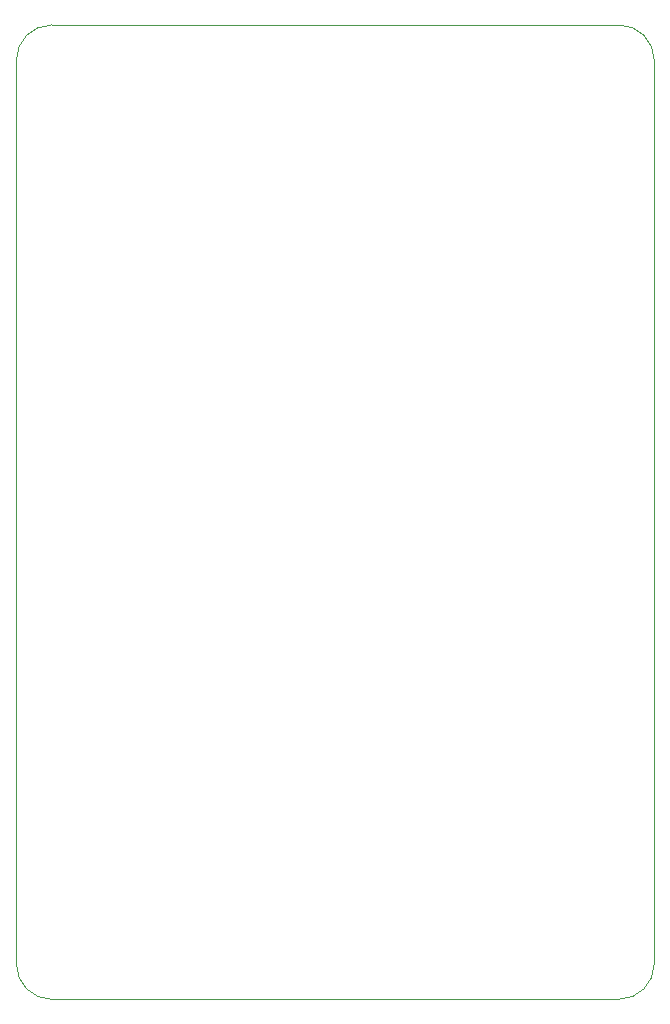
<source format=gbr>
%TF.GenerationSoftware,KiCad,Pcbnew,9.0.2*%
%TF.CreationDate,2025-08-01T17:29:50-07:00*%
%TF.ProjectId,jp21_pathfinder,6a703231-5f70-4617-9468-66696e646572,rev?*%
%TF.SameCoordinates,Original*%
%TF.FileFunction,Profile,NP*%
%FSLAX46Y46*%
G04 Gerber Fmt 4.6, Leading zero omitted, Abs format (unit mm)*
G04 Created by KiCad (PCBNEW 9.0.2) date 2025-08-01 17:29:50*
%MOMM*%
%LPD*%
G01*
G04 APERTURE LIST*
%TA.AperFunction,Profile*%
%ADD10C,0.050000*%
%TD*%
G04 APERTURE END LIST*
D10*
X115931250Y-62352500D02*
G75*
G02*
X118931250Y-59352500I3000000J0D01*
G01*
X118931250Y-141932500D02*
G75*
G02*
X115931250Y-138932500I0J3000000D01*
G01*
X167031250Y-59352500D02*
G75*
G02*
X170031250Y-62352500I0J-3000000D01*
G01*
X170031250Y-138932500D02*
G75*
G02*
X167031250Y-141932500I-3000000J0D01*
G01*
X115931250Y-62352500D02*
X115931250Y-138932500D01*
X170031250Y-62352500D02*
X170031250Y-138932500D01*
X118931250Y-59352500D02*
X167031250Y-59352500D01*
X118931250Y-141932500D02*
X167031250Y-141932500D01*
M02*

</source>
